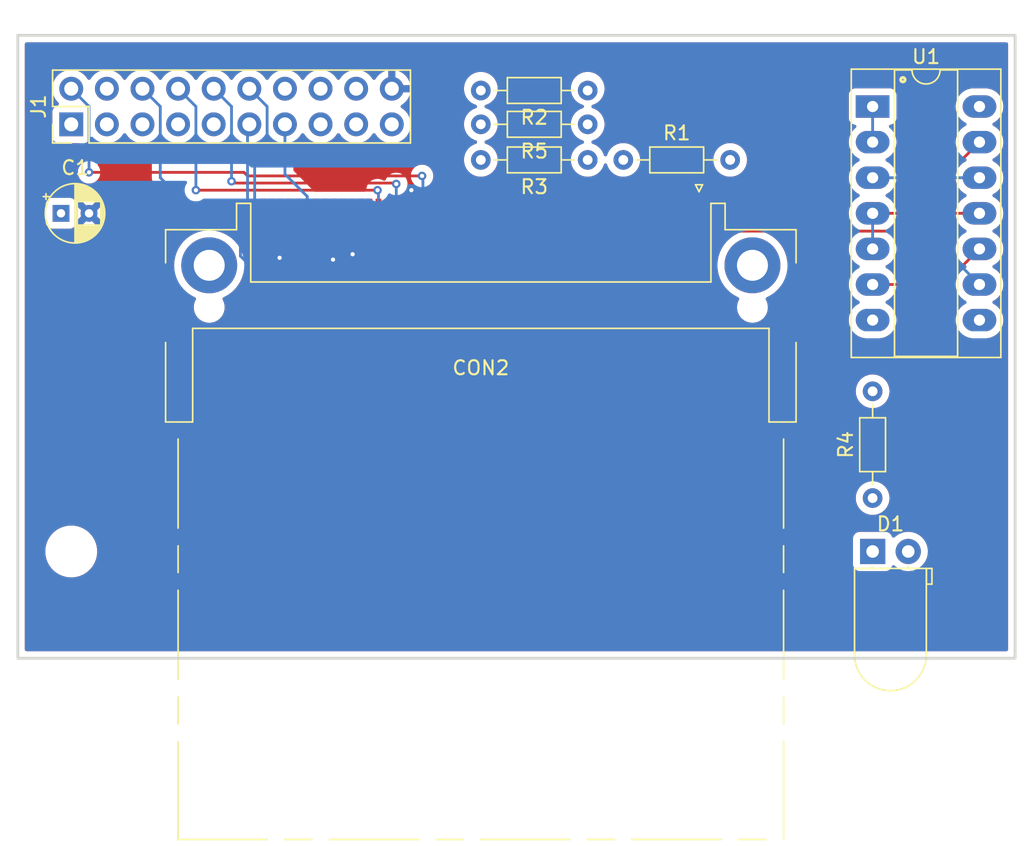
<source format=kicad_pcb>
(kicad_pcb (version 20240108) (generator "pcbnew") (generator_version "8.0")
  (layers (0 "F.Cu" signal) (31 "B.Cu" signal) (34 "B.Paste" user) (35 "F.Paste" user) (36 "B.SilkS" user "B.Silkscreen") (37 "F.SilkS" user "F.Silkscreen") (38 "B.Mask" user) (39 "F.Mask" user) (44 "Edge.Cuts" user))
  (net 0 "")
  (net 1 "VCC")
  (net 2 "GND")
  (net 4 "Net-(CON2A-{slash}REG)")
  (net 5 "/D3")
  (net 6 "Net-(CON2A-{slash}WE)")
  (net 9 "/D6")
  (net 10 "/~{CF_EN}")
  (net 11 "/~{RD}")
  (net 15 "/A0")
  (net 16 "/~{RST}")
  (net 18 "/D2")
  (net 20 "/D0")
  (net 22 "/A1")
  (net 24 "/A2")
  (net 28 "/D7")
  (net 31 "Net-(CON2A-{slash}DASP)")
  (net 33 "Net-(CON2A-{slash}PDIAG)")
  (net 34 "/D4")
  (net 35 "/D5")
  (net 37 "/~{WR}")
  (net 39 "/D1")
  (net 40 "Net-(D1-A)")
  (net 41 "Net-(CON2A-{slash}CS1)")
  (net 42 "Net-(CON2A-{slash}CS0)")
  (net 43 "A3")
  (net 44 "Net-(U1-Pad12)")
  (net 45 "Net-(U1-Pad10)")
  (footprint "PCM_Package_DIP_AKL:DIP-14_W7.62mm_Socket_LongPads" (layer "F.Cu") (at 171.45 104.14)
    (property "Reference" "U1" (at 3.81 -3.556 360) (layer "F.SilkS"))
    (property "Value" "74HCT00" (hide yes))
    (fp_line (start -1.524 -2.667) (end -1.524 17.907) (stroke (width 0.12)) (layer "F.SilkS"))
    (fp_line (start -1.524 17.907) (end 9.144 17.907) (stroke (width 0.12)) (layer "F.SilkS"))
    (fp_line (start 1.56 -2.6092) (end 1.56 17.8308) (stroke (width 0.12)) (layer "F.SilkS"))
    (fp_line (start 1.56 17.8308) (end 6.06 17.8308) (stroke (width 0.12)) (layer "F.SilkS"))
    (fp_line (start 2.81 -2.6092) (end 1.56 -2.6092) (stroke (width 0.12)) (layer "F.SilkS"))
    (fp_line (start 6.06 -2.6092) (end 4.81 -2.6092) (stroke (width 0.12)) (layer "F.SilkS"))
    (fp_line (start 6.06 17.8308) (end 6.06 -2.6092) (stroke (width 0.12)) (layer "F.SilkS"))
    (fp_line (start 9.144 -2.667) (end -1.524 -2.667) (stroke (width 0.12)) (layer "F.SilkS"))
    (fp_line (start 9.144 17.907) (end 9.144 -2.667) (stroke (width 0.12)) (layer "F.SilkS"))
    (fp_arc (start 4.81 -2.6092) (mid 3.81 -1.6092) (end 2.81 -2.6092) (stroke (width 0.12)) (layer "F.SilkS"))
    (fp_circle (center 2.159 -1.9142) (end 2.209 -1.9142) (stroke (width 0.12)) (fill none) (layer "F.SilkS"))
    (fp_circle (center 2.159 -1.9142) (end 2.284 -1.9142) (stroke (width 0.12)) (fill none) (layer "F.SilkS"))
    (fp_circle (center 2.159 -1.9142) (end 2.359 -1.9142) (stroke (width 0.12)) (fill none) (layer "F.SilkS"))
    (pad "1" thru_hole rect (at 0 0) (size 2.4 1.6) (drill 0.8) (layers "*.Cu" "*.Mask") (net 10 "/~{CF_EN}"))
    (pad "2" thru_hole oval (at 0 2.54) (size 2.4 1.6) (drill 0.8) (layers "*.Cu" "*.Mask") (net 10 "/~{CF_EN}"))
    (pad "3" thru_hole oval (at 0 5.08) (size 2.4 1.6) (drill 0.8) (layers "*.Cu" "*.Mask") (net 44 "Net-(U1-Pad12)"))
    (pad "4" thru_hole oval (at 0 7.62) (size 2.4 1.6) (drill 0.8) (layers "*.Cu" "*.Mask") (net 43 "A3"))
    (pad "5" thru_hole oval (at 0 10.16) (size 2.4 1.6) (drill 0.8) (layers "*.Cu" "*.Mask") (net 43 "A3"))
    (pad "6" thru_hole oval (at 0 12.7) (size 2.4 1.6) (drill 0.8) (layers "*.Cu" "*.Mask") (net 45 "Net-(U1-Pad10)"))
    (pad "7" thru_hole oval (at 0 15.24) (size 2.4 1.6) (drill 0.8) (layers "*.Cu" "*.Mask"))
    (pad "8" thru_hole oval (at 7.62 15.24) (size 2.4 1.6) (drill 0.8) (layers "*.Cu" "*.Mask") (net 41 "Net-(CON2A-{slash}CS1)"))
    (pad "9" thru_hole oval (at 7.62 12.7) (size 2.4 1.6) (drill 0.8) (layers "*.Cu" "*.Mask") (net 44 "Net-(U1-Pad12)"))
    (pad "10" thru_hole oval (at 7.62 10.16) (size 2.4 1.6) (drill 0.8) (layers "*.Cu" "*.Mask") (net 45 "Net-(U1-Pad10)"))
    (pad "11" thru_hole oval (at 7.62 7.62) (size 2.4 1.6) (drill 0.8) (layers "*.Cu" "*.Mask") (net 42 "Net-(CON2A-{slash}CS0)"))
    (pad "12" thru_hole oval (at 7.62 5.08) (size 2.4 1.6) (drill 0.8) (layers "*.Cu" "*.Mask") (net 44 "Net-(U1-Pad12)"))
    (pad "13" thru_hole oval (at 7.62 2.54) (size 2.4 1.6) (drill 0.8) (layers "*.Cu" "*.Mask") (net 43 "A3"))
    (pad "14" thru_hole oval (at 7.62 0) (size 2.4 1.6) (drill 0.8) (layers "*.Cu" "*.Mask"))
  )
  (footprint "Resistor_THT:R_Axial_DIN0204_L3.6mm_D1.6mm_P7.62mm_Horizontal" (layer "F.Cu") (at 151.13 105.41 180)
    (property "Reference" "R5" (at 3.81 -1.92 360) (layer "F.SilkS"))
    (property "Value" "4k7")
    (fp_line (start 6.68 0) (end 5.73 0) (stroke (width 0.12)) (layer "F.SilkS"))
    (fp_line (start 5.73 0.92) (end 5.73 -0.92) (stroke (width 0.12)) (layer "F.SilkS"))
    (fp_line (start 5.73 -0.92) (end 1.89 -0.92) (stroke (width 0.12)) (layer "F.SilkS"))
    (fp_line (start 1.89 0.92) (end 5.73 0.92) (stroke (width 0.12)) (layer "F.SilkS"))
    (fp_line (start 1.89 -0.92) (end 1.89 0.92) (stroke (width 0.12)) (layer "F.SilkS"))
    (fp_line (start 0.94 0) (end 1.89 0) (stroke (width 0.12)) (layer "F.SilkS"))
    (pad "1" thru_hole circle (at 0 0 180) (size 1.4 1.4) (drill 0.7) (layers "*.Cu" "*.Mask") (net 1 "VCC"))
    (pad "2" thru_hole oval (at 7.62 0 180) (size 1.4 1.4) (drill 0.7) (layers "*.Cu" "*.Mask") (net 33 "Net-(CON2A-{slash}PDIAG)"))
  )
  (footprint "Resistor_THT:R_Axial_DIN0204_L3.6mm_D1.6mm_P7.62mm_Horizontal" (layer "F.Cu") (at 171.45 132.08 90)
    (property "Reference" "R4" (at 3.81 -1.92 90) (layer "F.SilkS"))
    (property "Value" "4k7")
    (fp_line (start 5.73 -0.92) (end 1.89 -0.92) (stroke (width 0.12)) (layer "F.SilkS"))
    (fp_line (start 1.89 -0.92) (end 1.89 0.92) (stroke (width 0.12)) (layer "F.SilkS"))
    (fp_line (start 6.68 0) (end 5.73 0) (stroke (width 0.12)) (layer "F.SilkS"))
    (fp_line (start 0.94 0) (end 1.89 0) (stroke (width 0.12)) (layer "F.SilkS"))
    (fp_line (start 5.73 0.92) (end 5.73 -0.92) (stroke (width 0.12)) (layer "F.SilkS"))
    (fp_line (start 1.89 0.92) (end 5.73 0.92) (stroke (width 0.12)) (layer "F.SilkS"))
    (pad "1" thru_hole circle (at 0 0 90) (size 1.4 1.4) (drill 0.7) (layers "*.Cu" "*.Mask") (net 40 "Net-(D1-A)"))
    (pad "2" thru_hole oval (at 7.62 0 90) (size 1.4 1.4) (drill 0.7) (layers "*.Cu" "*.Mask") (net 31 "Net-(CON2A-{slash}DASP)"))
  )
  (footprint "" (layer "F.Cu") (at 114.3 135.89)
    (property "Reference" "" (at 0 0 0) (layer "F.SilkS") (effects (font (size 1.27 1.27))))
    (property "Value" "")
    (pad "" np_thru_hole circle (at 0 0) (size 3.2 3.2) (drill 3.2) (layers "*.Mask" "F.Cu" "In1.Cu" "In2.Cu" "B.Cu"))
  )
  (footprint "kicad-lib:CF-Card_3M_N7E50-7516PK-20-WF" (layer "F.Cu") (at 143.51 115.57 -90)
    (property "Reference" "CON2" (at 7.22 0 0) (layer "F.SilkS"))
    (property "Value" "CF-CARD")
    (fp_line (start -2.64 22.48) (end -2.64 17.42) (stroke (width 0.12)) (layer "F.SilkS"))
    (fp_line (start -0.28 22.48) (end -2.64 22.48) (stroke (width 0.12)) (layer "F.SilkS"))
    (fp_line (start 5.41 22.48) (end 11.08 22.48) (stroke (width 0.12)) (layer "F.SilkS"))
    (fp_line (start 11.08 22.48) (end 11.08 20.55) (stroke (width 0.12)) (layer "F.SilkS"))
    (fp_line (start 12.3 21.59) (end 18.65 21.59) (stroke (width 0.12)) (layer "F.SilkS"))
    (fp_line (start 19.92 21.59) (end 21.82 21.59) (stroke (width 0.12)) (layer "F.SilkS"))
    (fp_line (start 23.09 21.59) (end 29.44 21.59) (stroke (width 0.12)) (layer "F.SilkS"))
    (fp_line (start 30.71 21.59) (end 32.62 21.59) (stroke (width 0.12)) (layer "F.SilkS"))
    (fp_line (start 33.89 21.59) (end 40.87 21.59) (stroke (width 0.12)) (layer "F.SilkS"))
    (fp_line (start 40.87 21.59) (end 40.87 15.24) (stroke (width 0.12)) (layer "F.SilkS"))
    (fp_line (start 4.4 20.55) (end 4.4 -20.55) (stroke (width 0.12)) (layer "F.SilkS"))
    (fp_line (start 11.08 20.55) (end 4.4 20.55) (stroke (width 0.12)) (layer "F.SilkS"))
    (fp_line (start -4.52 17.42) (end -4.52 16.41) (stroke (width 0.12)) (layer "F.SilkS"))
    (fp_line (start -2.64 17.42) (end -4.52 17.42) (stroke (width 0.12)) (layer "F.SilkS"))
    (fp_line (start -4.52 16.41) (end 1.09 16.41) (stroke (width 0.12)) (layer "F.SilkS"))
    (fp_line (start 1.09 16.41) (end 1.09 -16.41) (stroke (width 0.12)) (layer "F.SilkS"))
    (fp_line (start 40.87 13.97) (end 40.87 12.06) (stroke (width 0.12)) (layer "F.SilkS"))
    (fp_line (start 40.87 10.79) (end 40.87 4.45) (stroke (width 0.12)) (layer "F.SilkS"))
    (fp_line (start 40.87 3.17) (end 40.87 1.27) (stroke (width 0.12)) (layer "F.SilkS"))
    (fp_line (start 40.87 0) (end 40.87 -6.35) (stroke (width 0.12)) (layer "F.SilkS"))
    (fp_line (start 40.87 -7.62) (end 40.87 -9.53) (stroke (width 0.12)) (layer "F.SilkS"))
    (fp_line (start 40.87 -10.79) (end 40.87 -17.14) (stroke (width 0.12)) (layer "F.SilkS"))
    (fp_line (start -5.85 -15.31) (end -5.35 -15.56) (stroke (width 0.12)) (layer "F.SilkS"))
    (fp_line (start -5.35 -15.56) (end -5.85 -15.81) (stroke (width 0.12)) (layer "F.SilkS"))
    (fp_line (start -5.85 -15.81) (end -5.85 -15.31) (stroke (width 0.12)) (layer "F.SilkS"))
    (fp_line (start -4.52 -16.41) (end -4.52 -17.42) (stroke (width 0.12)) (layer "F.SilkS"))
    (fp_line (start 1.09 -16.41) (end -4.52 -16.41) (stroke (width 0.12)) (layer "F.SilkS"))
    (fp_line (start -4.52 -17.42) (end -2.64 -17.42) (stroke (width 0.12)) (layer "F.SilkS"))
    (fp_line (start -2.64 -17.42) (end -2.64 -22.48) (stroke (width 0.12)) (layer "F.SilkS"))
    (fp_line (start 40.87 -18.41) (end 40.87 -20.32) (stroke (width 0.12)) (layer "F.SilkS"))
    (fp_line (start 4.4 -20.55) (end 11.08 -20.55) (stroke (width 0.12)) (layer "F.SilkS"))
    (fp_line (start 11.08 -20.55) (end 11.08 -22.48) (stroke (width 0.12)) (layer "F.SilkS"))
    (fp_line (start 12.3 -21.59) (end 18.65 -21.59) (stroke (width 0.12)) (layer "F.SilkS"))
    (fp_line (start 19.92 -21.59) (end 21.82 -21.59) (stroke (width 0.12)) (layer "F.SilkS"))
    (fp_line (start 23.09 -21.59) (end 29.44 -21.59) (stroke (width 0.12)) (layer "F.SilkS"))
    (fp_line (start 30.71 -21.59) (end 32.62 -21.59) (stroke (width 0.12)) (layer "F.SilkS"))
    (fp_line (start 33.89 -21.59) (end 40.87 -21.59) (stroke (width 0.12)) (layer "F.SilkS"))
    (fp_line (start -2.64 -22.48) (end -0.28 -22.48) (stroke (width 0.12)) (layer "F.SilkS"))
    (fp_line (start 11.08 -22.48) (end 5.41 -22.48) (stroke (width 0.12)) (layer "F.SilkS"))
    (pad "" thru_hole circle (at -0.1 -19.37) (size 3.99 3.99) (drill 2.21) (layers "*.Cu" "*.Mask"))
    (pad "" thru_hole circle (at -0.1 19.37) (size 3.99 3.99) (drill 2.21) (layers "*.Cu" "*.Mask"))
    (pad "" smd rect (at 2.57 -23.34) (size 2.49 4.57) (layers "F.Cu" "F.Paste" "F.Mask"))
    (pad "" smd rect (at 2.57 23.34) (size 2.49 4.57) (layers "F.Cu" "F.Paste" "F.Mask"))
    (pad "" np_thru_hole circle (at 2.9 -19.37) (size 1.7 1.7) (drill 1.7) (layers "*.Cu" "*.Mask"))
    (pad "" np_thru_hole circle (at 2.9 19.37) (size 1.7 1.7) (drill 1.7) (layers "*.Cu" "*.Mask"))
    (pad "1" smd rect (at -3.1 -15.56) (size 0.41 3.51) (layers "F.Cu" "F.Paste" "F.Mask") (net 2 "GND"))
    (pad "2" smd rect (at -3.1 -14.29) (size 0.41 3.51) (layers "F.Cu" "F.Paste" "F.Mask") (net 5 "/D3"))
    (pad "3" smd rect (at -3.1 -13.02) (size 0.41 3.51) (layers "F.Cu" "F.Paste" "F.Mask") (net 34 "/D4"))
    (pad "4" smd rect (at -3.1 -11.75) (size 0.41 3.51) (layers "F.Cu" "F.Paste" "F.Mask") (net 35 "/D5"))
    (pad "5" smd rect (at -3.1 -10.48) (size 0.41 3.51) (layers "F.Cu" "F.Paste" "F.Mask") (net 9 "/D6"))
    (pad "6" smd rect (at -3.1 -9.21) (size 0.41 3.51) (layers "F.Cu" "F.Paste" "F.Mask") (net 28 "/D7"))
    (pad "7" smd rect (at -3.1 -7.94) (size 0.41 3.51) (layers "F.Cu" "F.Paste" "F.Mask") (net 42 "Net-(CON2A-{slash}CS0)"))
    (pad "8" smd rect (at -3.1 -6.67) (size 0.41 3.51) (layers "F.Cu" "F.Paste" "F.Mask") (net 2 "GND"))
    (pad "9" smd rect (at -3.1 -5.4) (size 0.41 3.51) (layers "F.Cu" "F.Paste" "F.Mask") (net 2 "GND"))
    (pad "10" smd rect (at -3.1 -4.13) (size 0.41 3.51) (layers "F.Cu" "F.Paste" "F.Mask") (net 2 "GND"))
    (pad "11" smd rect (at -3.1 -2.86) (size 0.41 3.51) (layers "F.Cu" "F.Paste" "F.Mask") (net 2 "GND"))
    (pad "12" smd rect (at -3.1 -1.59) (size 0.41 3.51) (layers "F.Cu" "F.Paste" "F.Mask") (net 2 "GND"))
    (pad "13" smd rect (at -3.1 -0.32) (size 0.41 3.51) (layers "F.Cu" "F.Paste" "F.Mask") (net 1 "VCC"))
    (pad "14" smd rect (at -3.1 0.95) (size 0.41 3.51) (layers "F.Cu" "F.Paste" "F.Mask") (net 2 "GND"))
    (pad "15" smd rect (at -3.1 2.22) (size 0.41 3.51) (layers "F.Cu" "F.Paste" "F.Mask") (net 2 "GND"))
    (pad "16" smd rect (at -3.1 3.49) (size 0.41 3.51) (layers "F.Cu" "F.Paste" "F.Mask") (net 2 "GND"))
    (pad "17" smd rect (at -3.1 4.76) (size 0.41 3.51) (layers "F.Cu" "F.Paste" "F.Mask") (net 2 "GND"))
    (pad "18" smd rect (at -3.1 6.03) (size 0.41 3.51) (layers "F.Cu" "F.Paste" "F.Mask") (net 24 "/A2"))
    (pad "19" smd rect (at -3.1 7.3) (size 0.41 3.51) (layers "F.Cu" "F.Paste" "F.Mask") (net 22 "/A1"))
    (pad "20" smd rect (at -3.1 8.57) (size 0.41 3.51) (layers "F.Cu" "F.Paste" "F.Mask") (net 15 "/A0"))
    (pad "21" smd rect (at -3.1 9.84) (size 0.41 3.51) (layers "F.Cu" "F.Paste" "F.Mask") (net 20 "/D0"))
    (pad "22" smd rect (at -3.1 11.11) (size 0.41 3.51) (layers "F.Cu" "F.Paste" "F.Mask") (net 39 "/D1"))
    (pad "23" smd rect (at -3.1 12.38) (size 0.41 3.51) (layers "F.Cu" "F.Paste" "F.Mask") (net 18 "/D2"))
    (pad "24" smd rect (at -3.1 13.65) (size 0.41 3.51) (layers "F.Cu" "F.Paste" "F.Mask"))
    (pad "25" smd rect (at -3.1 14.92) (size 0.41 3.51) (layers "F.Cu" "F.Paste" "F.Mask"))
    (pad "26" smd rect (at -3.1 -14.92) (size 0.41 3.51) (layers "F.Cu" "F.Paste" "F.Mask"))
    (pad "27" smd rect (at -3.1 -13.65) (size 0.41 3.51) (layers "F.Cu" "F.Paste" "F.Mask"))
    (pad "28" smd rect (at -3.1 -12.38) (size 0.41 3.51) (layers "F.Cu" "F.Paste" "F.Mask"))
    (pad "29" smd rect (at -3.1 -11.11) (size 0.41 3.51) (layers "F.Cu" "F.Paste" "F.Mask"))
    (pad "30" smd rect (at -3.1 -9.84) (size 0.41 3.51) (layers "F.Cu" "F.Paste" "F.Mask"))
    (pad "31" smd rect (at -3.1 -8.57) (size 0.41 3.51) (layers "F.Cu" "F.Paste" "F.Mask"))
    (pad "32" smd rect (at -3.1 -7.3) (size 0.41 3.51) (layers "F.Cu" "F.Paste" "F.Mask") (net 41 "Net-(CON2A-{slash}CS1)"))
    (pad "33" smd rect (at -3.1 -6.03) (size 0.41 3.51) (layers "F.Cu" "F.Paste" "F.Mask"))
    (pad "34" smd rect (at -3.1 -4.76) (size 0.41 3.51) (layers "F.Cu" "F.Paste" "F.Mask") (net 11 "/~{RD}"))
    (pad "35" smd rect (at -3.1 -3.49) (size 0.41 3.51) (layers "F.Cu" "F.Paste" "F.Mask") (net 37 "/~{WR}"))
    (pad "36" smd rect (at -3.1 -2.22) (size 0.41 3.51) (layers "F.Cu" "F.Paste" "F.Mask") (net 6 "Net-(CON2A-{slash}WE)"))
    (pad "37" smd rect (at -3.1 -0.95) (size 0.41 3.51) (layers "F.Cu" "F.Paste" "F.Mask"))
    (pad "38" smd rect (at -3.1 0.32) (size 0.41 3.51) (layers "F.Cu" "F.Paste" "F.Mask") (net 1 "VCC"))
    (pad "39" smd rect (at -3.1 1.59) (size 0.41 3.51) (layers "F.Cu" "F.Paste" "F.Mask") (net 2 "GND"))
    (pad "40" smd rect (at -3.1 2.86) (size 0.41 3.51) (layers "F.Cu" "F.Paste" "F.Mask"))
    (pad "41" smd rect (at -3.1 4.13) (size 0.41 3.51) (layers "F.Cu" "F.Paste" "F.Mask") (net 16 "/~{RST}"))
    (pad "42" smd rect (at -3.1 5.4) (size 0.41 3.51) (layers "F.Cu" "F.Paste" "F.Mask"))
    (pad "43" smd rect (at -3.1 6.67) (size 0.41 3.51) (layers "F.Cu" "F.Paste" "F.Mask"))
    (pad "44" smd rect (at -3.1 7.94) (size 0.41 3.51) (layers "F.Cu" "F.Paste" "F.Mask") (net 4 "Net-(CON2A-{slash}REG)"))
    (pad "45" smd rect (at -3.1 9.21) (size 0.41 3.51) (layers "F.Cu" "F.Paste" "F.Mask") (net 31 "Net-(CON2A-{slash}DASP)"))
    (pad "46" smd rect (at -3.1 10.48) (size 0.41 3.51) (layers "F.Cu" "F.Paste" "F.Mask") (net 33 "Net-(CON2A-{slash}PDIAG)"))
    (pad "47" smd rect (at -3.1 11.75) (size 0.41 3.51) (layers "F.Cu" "F.Paste" "F.Mask"))
    (pad "48" smd rect (at -3.1 13.02) (size 0.41 3.51) (layers "F.Cu" "F.Paste" "F.Mask"))
    (pad "49" smd rect (at -3.1 14.29) (size 0.41 3.51) (layers "F.Cu" "F.Paste" "F.Mask"))
    (pad "50" smd rect (at -3.1 15.56) (size 0.41 3.51) (layers "F.Cu" "F.Paste" "F.Mask") (net 2 "GND"))
  )
  (footprint "LED_THT:LED_D5.0mm_Horizontal_O1.27mm_Z3.0mm_Clear" (layer "F.Cu") (at 171.45 135.89)
    (property "Reference" "D1" (at 1.27 -1.96 0) (layer "F.SilkS"))
    (property "Value" "LED")
    (fp_line (start -1.29 1.21) (end -1.29 7.37) (stroke (width 0.12)) (layer "F.SilkS"))
    (fp_line (start -1.29 1.21) (end 3.83 1.21) (stroke (width 0.12)) (layer "F.SilkS"))
    (fp_line (start 0 1.08) (end 0 1.08) (stroke (width 0.12)) (layer "F.SilkS"))
    (fp_line (start 0 1.08) (end 0 1.21) (stroke (width 0.12)) (layer "F.SilkS"))
    (fp_line (start 0 1.21) (end 0 1.08) (stroke (width 0.12)) (layer "F.SilkS"))
    (fp_line (start 0 1.21) (end 0 1.21) (stroke (width 0.12)) (layer "F.SilkS"))
    (fp_line (start 2.54 1.08) (end 2.54 1.08) (stroke (width 0.12)) (layer "F.SilkS"))
    (fp_line (start 2.54 1.08) (end 2.54 1.21) (stroke (width 0.12)) (layer "F.SilkS"))
    (fp_line (start 2.54 1.21) (end 2.54 1.08) (stroke (width 0.12)) (layer "F.SilkS"))
    (fp_line (start 2.54 1.21) (end 2.54 1.21) (stroke (width 0.12)) (layer "F.SilkS"))
    (fp_line (start 3.83 1.21) (end 3.83 7.37) (stroke (width 0.12)) (layer "F.SilkS"))
    (fp_line (start 3.83 1.21) (end 4.23 1.21) (stroke (width 0.12)) (layer "F.SilkS"))
    (fp_line (start 3.83 2.33) (end 3.83 1.21) (stroke (width 0.12)) (layer "F.SilkS"))
    (fp_line (start 4.23 1.21) (end 4.23 2.33) (stroke (width 0.12)) (layer "F.SilkS"))
    (fp_line (start 4.23 2.33) (end 3.83 2.33) (stroke (width 0.12)) (layer "F.SilkS"))
    (fp_arc (start 3.83 7.37) (mid 1.27 9.93) (end -1.29 7.37) (stroke (width 0.12)) (layer "F.SilkS"))
    (pad "1" thru_hole rect (at 0 0) (size 1.8 1.8) (drill 0.9) (layers "*.Cu" "*.Mask") (net 1 "VCC"))
    (pad "2" thru_hole circle (at 2.54 0) (size 1.8 1.8) (drill 0.9) (layers "*.Cu" "*.Mask") (net 40 "Net-(D1-A)"))
  )
  (footprint "Resistor_THT:R_Axial_DIN0204_L3.6mm_D1.6mm_P7.62mm_Horizontal" (layer "F.Cu") (at 153.67 107.95)
    (property "Reference" "R1" (at 3.81 -1.92 360) (layer "F.SilkS"))
    (property "Value" "4k7")
    (fp_line (start 0.94 0) (end 1.89 0) (stroke (width 0.12)) (layer "F.SilkS"))
    (fp_line (start 1.89 -0.92) (end 1.89 0.92) (stroke (width 0.12)) (layer "F.SilkS"))
    (fp_line (start 1.89 0.92) (end 5.73 0.92) (stroke (width 0.12)) (layer "F.SilkS"))
    (fp_line (start 5.73 -0.92) (end 1.89 -0.92) (stroke (width 0.12)) (layer "F.SilkS"))
    (fp_line (start 5.73 0.92) (end 5.73 -0.92) (stroke (width 0.12)) (layer "F.SilkS"))
    (fp_line (start 6.68 0) (end 5.73 0) (stroke (width 0.12)) (layer "F.SilkS"))
    (pad "1" thru_hole circle (at 0 0) (size 1.4 1.4) (drill 0.7) (layers "*.Cu" "*.Mask") (net 1 "VCC"))
    (pad "2" thru_hole oval (at 7.62 0) (size 1.4 1.4) (drill 0.7) (layers "*.Cu" "*.Mask") (net 10 "/~{CF_EN}"))
  )
  (footprint "Connector_PinHeader_2.54mm:PinHeader_2x10_P2.54mm_Vertical" (layer "F.Cu") (at 114.3 105.41 90)
    (property "Reference" "J1" (at 1.27 -2.33 90) (layer "F.SilkS"))
    (property "Value" "CompactFlashAddon")
    (fp_line (start 3.87 -1.33) (end 3.87 24.19) (stroke (width 0.12)) (layer "F.SilkS"))
    (fp_line (start 1.27 -1.33) (end 3.87 -1.33) (stroke (width 0.12)) (layer "F.SilkS"))
    (fp_line (start -1.33 -1.33) (end 0 -1.33) (stroke (width 0.12)) (layer "F.SilkS"))
    (fp_line (start -1.33 0) (end -1.33 -1.33) (stroke (width 0.12)) (layer "F.SilkS"))
    (fp_line (start 1.27 1.27) (end 1.27 -1.33) (stroke (width 0.12)) (layer "F.SilkS"))
    (fp_line (start -1.33 1.27) (end 1.27 1.27) (stroke (width 0.12)) (layer "F.SilkS"))
    (fp_line (start -1.33 1.27) (end -1.33 24.19) (stroke (width 0.12)) (layer "F.SilkS"))
    (fp_line (start -1.33 24.19) (end 3.87 24.19) (stroke (width 0.12)) (layer "F.SilkS"))
    (pad "1" thru_hole rect (at 0 0 90) (size 1.7 1.7) (drill 1) (layers "*.Cu" "*.Mask") (net 1 "VCC"))
    (pad "2" thru_hole oval (at 2.54 0 90) (size 1.7 1.7) (drill 1) (layers "*.Cu" "*.Mask") (net 16 "/~{RST}"))
    (pad "3" thru_hole oval (at 0 2.54 90) (size 1.7 1.7) (drill 1) (layers "*.Cu" "*.Mask"))
    (pad "4" thru_hole oval (at 2.54 2.54 90) (size 1.7 1.7) (drill 1) (layers "*.Cu" "*.Mask") (net 37 "/~{WR}"))
    (pad "5" thru_hole oval (at 0 5.08 90) (size 1.7 1.7) (drill 1) (layers "*.Cu" "*.Mask") (net 11 "/~{RD}"))
    (pad "6" thru_hole oval (at 2.54 5.08 90) (size 1.7 1.7) (drill 1) (layers "*.Cu" "*.Mask") (net 15 "/A0"))
    (pad "7" thru_hole oval (at 0 7.62 90) (size 1.7 1.7) (drill 1) (layers "*.Cu" "*.Mask") (net 10 "/~{CF_EN}"))
    (pad "8" thru_hole oval (at 2.54 7.62 90) (size 1.7 1.7) (drill 1) (layers "*.Cu" "*.Mask") (net 22 "/A1"))
    (pad "9" thru_hole oval (at 0 10.16 90) (size 1.7 1.7) (drill 1) (layers "*.Cu" "*.Mask") (net 43 "A3"))
    (pad "10" thru_hole oval (at 2.54 10.16 90) (size 1.7 1.7) (drill 1) (layers "*.Cu" "*.Mask") (net 24 "/A2"))
    (pad "11" thru_hole oval (at 0 12.7 90) (size 1.7 1.7) (drill 1) (layers "*.Cu" "*.Mask") (net 20 "/D0"))
    (pad "12" thru_hole oval (at 2.54 12.7 90) (size 1.7 1.7) (drill 1) (layers "*.Cu" "*.Mask") (net 39 "/D1"))
    (pad "13" thru_hole oval (at 0 15.24 90) (size 1.7 1.7) (drill 1) (layers "*.Cu" "*.Mask") (net 18 "/D2"))
    (pad "14" thru_hole oval (at 2.54 15.24 90) (size 1.7 1.7) (drill 1) (layers "*.Cu" "*.Mask") (net 5 "/D3"))
    (pad "15" thru_hole oval (at 0 17.78 90) (size 1.7 1.7) (drill 1) (layers "*.Cu" "*.Mask") (net 34 "/D4"))
    (pad "16" thru_hole oval (at 2.54 17.78 90) (size 1.7 1.7) (drill 1) (layers "*.Cu" "*.Mask") (net 35 "/D5"))
    (pad "17" thru_hole oval (at 0 20.32 90) (size 1.7 1.7) (drill 1) (layers "*.Cu" "*.Mask") (net 9 "/D6"))
    (pad "18" thru_hole oval (at 2.54 20.32 90) (size 1.7 1.7) (drill 1) (layers "*.Cu" "*.Mask") (net 28 "/D7"))
    (pad "19" thru_hole oval (at 0 22.86 90) (size 1.7 1.7) (drill 1) (layers "*.Cu" "*.Mask"))
    (pad "20" thru_hole oval (at 2.54 22.86 90) (size 1.7 1.7) (drill 1) (layers "*.Cu" "*.Mask") (net 2 "GND"))
  )
  (footprint "Resistor_THT:R_Axial_DIN0204_L3.6mm_D1.6mm_P7.62mm_Horizontal" (layer "F.Cu") (at 151.13 107.95 180)
    (property "Reference" "R3" (at 3.81 -1.92 360) (layer "F.SilkS"))
    (property "Value" "4k7")
    (fp_line (start 6.68 0) (end 5.73 0) (stroke (width 0.12)) (layer "F.SilkS"))
    (fp_line (start 5.73 0.92) (end 5.73 -0.92) (stroke (width 0.12)) (layer "F.SilkS"))
    (fp_line (start 5.73 -0.92) (end 1.89 -0.92) (stroke (width 0.12)) (layer "F.SilkS"))
    (fp_line (start 1.89 0.92) (end 5.73 0.92) (stroke (width 0.12)) (layer "F.SilkS"))
    (fp_line (start 1.89 -0.92) (end 1.89 0.92) (stroke (width 0.12)) (layer "F.SilkS"))
    (fp_line (start 0.94 0) (end 1.89 0) (stroke (width 0.12)) (layer "F.SilkS"))
    (pad "1" thru_hole circle (at 0 0 180) (size 1.4 1.4) (drill 0.7) (layers "*.Cu" "*.Mask") (net 1 "VCC"))
    (pad "2" thru_hole oval (at 7.62 0 180) (size 1.4 1.4) (drill 0.7) (layers "*.Cu" "*.Mask") (net 4 "Net-(CON2A-{slash}REG)"))
  )
  (footprint "Capacitor_THT:CP_Radial_D4.0mm_P2.00mm" (layer "F.Cu") (at 113.57 111.76)
    (property "Reference" "C1" (at 1 -3.25 0) (layer "F.SilkS"))
    (property "Value" "C_Polarized")
    (fp_line (start -1.269801 -1.195) (end -0.869801 -1.195) (stroke (width 0.12)) (layer "F.SilkS"))
    (fp_line (start -1.069801 -1.395) (end -1.069801 -0.995) (stroke (width 0.12)) (layer "F.SilkS"))
    (fp_line (start 1 -2.08) (end 1 2.08) (stroke (width 0.12)) (layer "F.SilkS"))
    (fp_line (start 1.04 -2.08) (end 1.04 2.08) (stroke (width 0.12)) (layer "F.SilkS"))
    (fp_line (start 1.08 -2.079) (end 1.08 2.079) (stroke (width 0.12)) (layer "F.SilkS"))
    (fp_line (start 1.12 -2.077) (end 1.12 2.077) (stroke (width 0.12)) (layer "F.SilkS"))
    (fp_line (start 1.16 -2.074) (end 1.16 2.074) (stroke (width 0.12)) (layer "F.SilkS"))
    (fp_line (start 1.2 -2.071) (end 1.2 -0.84) (stroke (width 0.12)) (layer "F.SilkS"))
    (fp_line (start 1.2 0.84) (end 1.2 2.071) (stroke (width 0.12)) (layer "F.SilkS"))
    (fp_line (start 1.24 -2.067) (end 1.24 -0.84) (stroke (width 0.12)) (layer "F.SilkS"))
    (fp_line (start 1.24 0.84) (end 1.24 2.067) (stroke (width 0.12)) (layer "F.SilkS"))
    (fp_line (start 1.28 -2.062) (end 1.28 -0.84) (stroke (width 0.12)) (layer "F.SilkS"))
    (fp_line (start 1.28 0.84) (end 1.28 2.062) (stroke (width 0.12)) (layer "F.SilkS"))
    (fp_line (start 1.32 -2.056) (end 1.32 -0.84) (stroke (width 0.12)) (layer "F.SilkS"))
    (fp_line (start 1.32 0.84) (end 1.32 2.056) (stroke (width 0.12)) (layer "F.SilkS"))
    (fp_line (start 1.36 -2.05) (end 1.36 -0.84) (stroke (width 0.12)) (layer "F.SilkS"))
    (fp_line (start 1.36 0.84) (end 1.36 2.05) (stroke (width 0.12)) (layer "F.SilkS"))
    (fp_line (start 1.4 -2.042) (end 1.4 -0.84) (stroke (width 0.12)) (layer "F.SilkS"))
    (fp_line (start 1.4 0.84) (end 1.4 2.042) (stroke (width 0.12)) (layer "F.SilkS"))
    (fp_line (start 1.44 -2.034) (end 1.44 -0.84) (stroke (width 0.12)) (layer "F.SilkS"))
    (fp_line (start 1.44 0.84) (end 1.44 2.034) (stroke (width 0.12)) (layer "F.SilkS"))
    (fp_line (start 1.48 -2.025) (end 1.48 -0.84) (stroke (width 0.12)) (layer "F.SilkS"))
    (fp_line (start 1.48 0.84) (end 1.48 2.025) (stroke (width 0.12)) (layer "F.SilkS"))
    (fp_line (start 1.52 -2.016) (end 1.52 -0.84) (stroke (width 0.12)) (layer "F.SilkS"))
    (fp_line (start 1.52 0.84) (end 1.52 2.016) (stroke (width 0.12)) (layer "F.SilkS"))
    (fp_line (start 1.56 -2.005) (end 1.56 -0.84) (stroke (width 0.12)) (layer "F.SilkS"))
    (fp_line (start 1.56 0.84) (end 1.56 2.005) (stroke (width 0.12)) (layer "F.SilkS"))
    (fp_line (start 1.6 -1.994) (end 1.6 -0.84) (stroke (width 0.12)) (layer "F.SilkS"))
    (fp_line (start 1.6 0.84) (end 1.6 1.994) (stroke (width 0.12)) (layer "F.SilkS"))
    (fp_line (start 1.64 -1.982) (end 1.64 -0.84) (stroke (width 0.12)) (layer "F.SilkS"))
    (fp_line (start 1.64 0.84) (end 1.64 1.982) (stroke (width 0.12)) (layer "F.SilkS"))
    (fp_line (start 1.68 -1.968) (end 1.68 -0.84) (stroke (width 0.12)) (layer "F.SilkS"))
    (fp_line (start 1.68 0.84) (end 1.68 1.968) (stroke (width 0.12)) (layer "F.SilkS"))
    (fp_line (start 1.721 -1.954) (end 1.721 -0.84) (stroke (width 0.12)) (layer "F.SilkS"))
    (fp_line (start 1.721 0.84) (end 1.721 1.954) (stroke (width 0.12)) (layer "F.SilkS"))
    (fp_line (start 1.761 -1.94) (end 1.761 -0.84) (stroke (width 0.12)) (layer "F.SilkS"))
    (fp_line (start 1.761 0.84) (end 1.761 1.94) (stroke (width 0.12)) (layer "F.SilkS"))
    (fp_line (start 1.801 -1.924) (end 1.801 -0.84) (stroke (width 0.12)) (layer "F.SilkS"))
    (fp_line (start 1.801 0.84) (end 1.801 1.924) (stroke (width 0.12)) (layer "F.SilkS"))
    (fp_line (start 1.841 -1.907) (end 1.841 -0.84) (stroke (width 0.12)) (layer "F.SilkS"))
    (fp_line (start 1.841 0.84) (end 1.841 1.907) (stroke (width 0.12)) (layer "F.SilkS"))
    (fp_line (start 1.881 -1.889) (end 1.881 -0.84) (stroke (width 0.12)) (layer "F.SilkS"))
    (fp_line (start 1.881 0.84) (end 1.881 1.889) (stroke (width 0.12)) (layer "F.SilkS"))
    (fp_line (start 1.921 -1.87) (end 1.921 -0.84) (stroke (width 0.12)) (layer "F.SilkS"))
    (fp_line (start 1.921 0.84) (end 1.921 1.87) (stroke (width 0.12)) (layer "F.SilkS"))
    (fp_line (start 1.961 -1.851) (end 1.961 -0.84) (stroke (width 0.12)) (layer "F.SilkS"))
    (fp_line (start 1.961 0.84) (end 1.961 1.851) (stroke (width 0.12)) (layer "F.SilkS"))
    (fp_line (start 2.001 -1.83) (end 2.001 -0.84) (stroke (width 0.12)) (layer "F.SilkS"))
    (fp_line (start 2.001 0.84) (end 2.001 1.83) (stroke (width 0.12)) (layer "F.SilkS"))
    (fp_line (start 2.041 -1.808) (end 2.041 -0.84) (stroke (width 0.12)) (layer "F.SilkS"))
    (fp_line (start 2.041 0.84) (end 2.041 1.808) (stroke (width 0.12)) (layer "F.SilkS"))
    (fp_line (start 2.081 -1.785) (end 2.081 -0.84) (stroke (width 0.12)) (layer "F.SilkS"))
    (fp_line (start 2.081 0.84) (end 2.081 1.785) (stroke (width 0.12)) (layer "F.SilkS"))
    (fp_line (start 2.121 -1.76) (end 2.121 -0.84) (stroke (width 0.12)) (layer "F.SilkS"))
    (fp_line (start 2.121 0.84) (end 2.121 1.76) (stroke (width 0.12)) (layer "F.SilkS"))
    (fp_line (start 2.161 -1.735) (end 2.161 -0.84) (stroke (width 0.12)) (layer "F.SilkS"))
    (fp_line (start 2.161 0.84) (end 2.161 1.735) (stroke (width 0.12)) (layer "F.SilkS"))
    (fp_line (start 2.201 -1.708) (end 2.201 -0.84) (stroke (width 0.12)) (layer "F.SilkS"))
    (fp_line (start 2.201 0.84) (end 2.201 1.708) (stroke (width 0.12)) (layer "F.SilkS"))
    (fp_line (start 2.241 -1.68) (end 2.241 -0.84) (stroke (width 0.12)) (layer "F.SilkS"))
    (fp_line (start 2.241 0.84) (end 2.241 1.68) (stroke (width 0.12)) (layer "F.SilkS"))
    (fp_line (start 2.281 -1.65) (end 2.281 -0.84) (stroke (width 0.12)) (layer "F.SilkS"))
    (fp_line (start 2.281 0.84) (end 2.281 1.65) (stroke (width 0.12)) (layer "F.SilkS"))
    (fp_line (start 2.321 -1.619) (end 2.321 -0.84) (stroke (width 0.12)) (layer "F.SilkS"))
    (fp_line (start 2.321 0.84) (end 2.321 1.619) (stroke (width 0.12)) (layer "F.SilkS"))
    (fp_line (start 2.361 -1.587) (end 2.361 -0.84) (stroke (width 0.12)) (layer "F.SilkS"))
    (fp_line (start 2.361 0.84) (end 2.361 1.587) (stroke (width 0.12)) (layer "F.SilkS"))
    (fp_line (start 2.401 -1.552) (end 2.401 -0.84) (stroke (width 0.12)) (layer "F.SilkS"))
    (fp_line (start 2.401 0.84) (end 2.401 1.552) (stroke (width 0.12)) (layer "F.SilkS"))
    (fp_line (start 2.441 -1.516) (end 2.441 -0.84) (stroke (width 0.12)) (layer "F.SilkS"))
    (fp_line (start 2.441 0.84) (end 2.441 1.516) (stroke (width 0.12)) (layer "F.SilkS"))
    (fp_line (start 2.481 -1.478) (end 2.481 -0.84) (stroke (width 0.12)) (layer "F.SilkS"))
    (fp_line (start 2.481 0.84) (end 2.481 1.478) (stroke (width 0.12)) (layer "F.SilkS"))
    (fp_line (start 2.521 -1.438) (end 2.521 -0.84) (stroke (width 0.12)) (layer "F.SilkS"))
    (fp_line (start 2.521 0.84) (end 2.521 1.438) (stroke (width 0.12)) (layer "F.SilkS"))
    (fp_line (start 2.561 -1.396) (end 2.561 -0.84) (stroke (width 0.12)) (layer "F.SilkS"))
    (fp_line (start 2.561 0.84) (end 2.561 1.396) (stroke (width 0.12)) (layer "F.SilkS"))
    (fp_line (start 2.601 -1.351) (end 2.601 -0.84) (stroke (width 0.12)) (layer "F.SilkS"))
    (fp_line (start 2.601 0.84) (end 2.601 1.351) (stroke (width 0.12)) (layer "F.SilkS"))
    (fp_line (start 2.641 -1.304) (end 2.641 -0.84) (stroke (width 0.12)) (layer "F.SilkS"))
    (fp_line (start 2.641 0.84) (end 2.641 1.304) (stroke (width 0.12)) (layer "F.SilkS"))
    (fp_line (start 2.681 -1.254) (end 2.681 -0.84) (stroke (width 0.12)) (layer "F.SilkS"))
    (fp_line (start 2.681 0.84) (end 2.681 1.254) (stroke (width 0.12)) (layer "F.SilkS"))
    (fp_line (start 2.721 -1.2) (end 2.721 -0.84) (stroke (width 0.12)) (layer "F.SilkS"))
    (fp_line (start 2.721 0.84) (end 2.721 1.2) (stroke (width 0.12)) (layer "F.SilkS"))
    (fp_line (start 2.761 -1.142) (end 2.761 -0.84) (stroke (width 0.12)) (layer "F.SilkS"))
    (fp_line (start 2.761 0.84) (end 2.761 1.142) (stroke (width 0.12)) (layer "F.SilkS"))
    (fp_line (start 2.801 -1.08) (end 2.801 -0.84) (stroke (width 0.12)) (layer "F.SilkS"))
    (fp_line (start 2.801 0.84) (end 2.801 1.08) (stroke (width 0.12)) (layer "F.SilkS"))
    (fp_line (start 2.841 -1.013) (end 2.841 1.013) (stroke (width 0.12)) (layer "F.SilkS"))
    (fp_line (start 2.881 -0.94) (end 2.881 0.94) (stroke (width 0.12)) (layer "F.SilkS"))
    (fp_line (start 2.921 -0.859) (end 2.921 0.859) (stroke (width 0.12)) (layer "F.SilkS"))
    (fp_line (start 2.961 -0.768) (end 2.961 0.768) (stroke (width 0.12)) (layer "F.SilkS"))
    (fp_line (start 3.001 -0.664) (end 3.001 0.664) (stroke (width 0.12)) (layer "F.SilkS"))
    (fp_line (start 3.041 -0.537) (end 3.041 0.537) (stroke (width 0.12)) (layer "F.SilkS"))
    (fp_line (start 3.081 -0.37) (end 3.081 0.37) (stroke (width 0.12)) (layer "F.SilkS"))
    (fp_circle (center 1 0) (end 3.12 0) (stroke (width 0.12)) (fill none) (layer "F.SilkS"))
    (pad "1" thru_hole rect (at 0 0) (size 1.2 1.2) (drill 0.6) (layers "*.Cu" "*.Mask") (net 1 "VCC"))
    (pad "2" thru_hole circle (at 2 0) (size 1.2 1.2) (drill 0.6) (layers "*.Cu" "*.Mask") (net 2 "GND"))
  )
  (footprint "Resistor_THT:R_Axial_DIN0204_L3.6mm_D1.6mm_P7.62mm_Horizontal" (layer "F.Cu") (at 151.13 102.997 180)
    (property "Reference" "R2" (at 3.81 -1.92 360) (layer "F.SilkS"))
    (property "Value" "4k7")
    (fp_line (start 6.68 0) (end 5.73 0) (stroke (width 0.12)) (layer "F.SilkS"))
    (fp_line (start 5.73 0.92) (end 5.73 -0.92) (stroke (width 0.12)) (layer "F.SilkS"))
    (fp_line (start 5.73 -0.92) (end 1.89 -0.92) (stroke (width 0.12)) (layer "F.SilkS"))
    (fp_line (start 1.89 0.92) (end 5.73 0.92) (stroke (width 0.12)) (layer "F.SilkS"))
    (fp_line (start 1.89 -0.92) (end 1.89 0.92) (stroke (width 0.12)) (layer "F.SilkS"))
    (fp_line (start 0.94 0) (end 1.89 0) (stroke (width 0.12)) (layer "F.SilkS"))
    (pad "1" thru_hole circle (at 0 0 180) (size 1.4 1.4) (drill 0.7) (layers "*.Cu" "*.Mask") (net 1 "VCC"))
    (pad "2" thru_hole oval (at 7.62 0 180) (size 1.4 1.4) (drill 0.7) (layers "*.Cu" "*.Mask") (net 6 "Net-(CON2A-{slash}WE)"))
  )
  (gr_rect (start 110.49 99.06) (end 181.61 143.51) (stroke (width 0.2)) (fill none) (layer "Edge.Cuts"))
  (segment (start 128.524 114.935) (end 129.159 114.935) (width 0.2) (layer "F.Cu") (net 2))
  (segment (start 138.75 112.47) (end 138.75 110.302) (width 0.2) (layer "F.Cu") (net 2))
  (segment (start 127.95 114.361) (end 128.524 114.935) (width 0.2) (layer "F.Cu") (net 2))
  (segment (start 127.95 112.47) (end 127.95 114.361) (width 0.2) (layer "F.Cu") (net 2))
  (segment (start 138.75 110.302) (end 138.557 110.109) (width 0.2) (layer "F.Cu") (net 2))
  (via (at 138.557 110.109) (size 0.6) (drill 0.3) (layers "F.Cu" "B.Cu") (net 2))
  (via (at 129.159 114.935) (size 0.6) (drill 0.3) (layers "F.Cu" "B.Cu") (net 2))
  (segment (start 171.45 104.14) (end 171.45 106.68) (width 0.2) (layer "B.Cu") (net 10))
  (segment (start 134.94 115.885) (end 134.239 116.586) (width 0.2) (layer "B.Cu") (net 15))
  (segment (start 126.365 111.887) (end 125.476 110.998) (width 0.2) (layer "B.Cu") (net 15))
  (segment (start 128.143 116.586) (end 126.365 114.808) (width 0.2) (layer "B.Cu") (net 15))
  (segment (start 122.428 110.998) (end 120.65 109.22) (width 0.2) (layer "B.Cu") (net 15))
  (segment (start 134.239 116.586) (end 128.143 116.586) (width 0.2) (layer "B.Cu") (net 15))
  (segment (start 134.94 112.47) (end 134.94 115.885) (width 0.2) (layer "B.Cu") (net 15))
  (segment (start 125.476 110.998) (end 122.428 110.998) (width 0.2) (layer "B.Cu") (net 15))
  (segment (start 126.365 114.808) (end 126.365 111.887) (width 0.2) (layer "B.Cu") (net 15))
  (segment (start 120.65 104.14) (end 119.38 102.87) (width 0.2) (layer "B.Cu") (net 15))
  (segment (start 120.65 109.22) (end 120.65 104.14) (width 0.2) (layer "B.Cu") (net 15))
  (segment (start 139.38 109.154) (end 139.319 109.093) (width 0.2) (layer "F.Cu") (net 16))
  (segment (start 126.619 108.839) (end 126.873 109.093) (width 0.2) (layer "F.Cu") (net 16))
  (segment (start 126.873 109.093) (end 139.319 109.093) (width 0.2) (layer "F.Cu") (net 16))
  (segment (start 115.57 108.839) (end 126.619 108.839) (width 0.2) (layer "F.Cu") (net 16))
  (via (at 139.319 109.093) (size 0.6) (drill 0.3) (layers "F.Cu" "B.Cu") (net 16))
  (via (at 115.57 108.839) (size 0.6) (drill 0.3) (layers "F.Cu" "B.Cu") (net 16))
  (segment (start 115.57 104.14) (end 114.3 102.87) (width 0.2) (layer "B.Cu") (net 16))
  (segment (start 139.38 112.47) (end 139.38 109.154) (width 0.2) (layer "B.Cu") (net 16))
  (segment (start 115.57 108.839) (end 115.57 104.14) (width 0.2) (layer "B.Cu") (net 16))
  (segment (start 129.54 108.966) (end 129.54 105.41) (width 0.2) (layer "B.Cu") (net 18))
  (segment (start 131.13 112.47) (end 131.13 110.556) (width 0.2) (layer "B.Cu") (net 18))
  (segment (start 131.13 110.556) (end 129.54 108.966) (width 0.2) (layer "B.Cu") (net 18))
  (segment (start 126.873 105.537) (end 127 105.41) (width 0.2) (layer "F.Cu") (net 20))
  (segment (start 126.873 114.554) (end 126.873 105.537) (width 0.2) (layer "B.Cu") (net 20))
  (segment (start 128.397 116.078) (end 126.873 114.554) (width 0.2) (layer "B.Cu") (net 20))
  (segment (start 133.67 112.47) (end 133.67 115.504) (width 0.2) (layer "B.Cu") (net 20))
  (segment (start 133.096 116.078) (end 128.397 116.078) (width 0.2) (layer "B.Cu") (net 20))
  (segment (start 133.67 115.504) (end 133.096 116.078) (width 0.2) (layer "B.Cu") (net 20))
  (segment (start 136.21 110.175) (end 136.144 110.109) (width 0.2) (layer "F.Cu") (net 22))
  (segment (start 123.19 110.109) (end 136.144 110.109) (width 0.2) (layer "F.Cu") (net 22))
  (via (at 123.19 110.109) (size 0.6) (drill 0.3) (layers "F.Cu" "B.Cu") (net 22))
  (via (at 136.144 110.109) (size 0.6) (drill 0.3) (layers "F.Cu" "B.Cu") (net 22))
  (segment (start 136.21 112.47) (end 136.21 110.175) (width 0.2) (layer "B.Cu") (net 22))
  (segment (start 123.19 104.14) (end 121.92 102.87) (width 0.2) (layer "B.Cu") (net 22))
  (segment (start 123.19 110.109) (end 123.19 104.14) (width 0.2) (layer "B.Cu") (net 22))
  (segment (start 137.4775 109.6645) (end 137.48 109.667) (width 0.2) (layer "F.Cu") (net 24))
  (segment (start 125.857 109.601) (end 137.414 109.601) (width 0.2) (layer "F.Cu") (net 24))
  (via (at 137.4775 109.6645) (size 0.6) (drill 0.3) (layers "F.Cu" "B.Cu") (net 24))
  (via (at 125.73 109.474) (size 0.6) (drill 0.3) (layers "F.Cu" "B.Cu") (net 24))
  (segment (start 125.73 104.14) (end 124.46 102.87) (width 0.2) (layer "B.Cu") (net 24))
  (segment (start 137.48 109.667) (end 137.48 112.47) (width 0.2) (layer "B.Cu") (net 24))
  (segment (start 125.73 109.474) (end 125.73 104.14) (width 0.2) (layer "B.Cu") (net 24))
  (segment (start 137.414 109.601) (end 137.4775 109.6645) (width 0.2) (layer "B.Cu") (net 24))
  (segment (start 125.73 109.474) (end 125.857 109.601) (width 0.2) (layer "B.Cu") (net 24))
  (segment (start 134.3 114.615) (end 134.366 114.681) (width 0.2) (layer "F.Cu") (net 31))
  (segment (start 134.3 112.47) (end 134.3 114.615) (width 0.2) (layer "F.Cu") (net 31))
  (via (at 134.366 114.681) (size 0.6) (drill 0.3) (layers "F.Cu" "B.Cu") (net 31))
  (segment (start 133.03 112.47) (end 133.03 115.001) (width 0.2) (layer "F.Cu") (net 33))
  (segment (start 133.03 115.001) (end 132.969 115.062) (width 0.2) (layer "F.Cu") (net 33))
  (via (at 132.969 115.062) (size 0.6) (drill 0.3) (layers "F.Cu" "B.Cu") (net 33))
  (segment (start 127.381 107.315) (end 128.27 106.426) (width 0.2) (layer "B.Cu") (net 39))
  (segment (start 128.27 106.426) (end 128.27 104.14) (width 0.2) (layer "B.Cu") (net 39))
  (segment (start 132.4 112.47) (end 132.4 114.615) (width 0.2) (layer "B.Cu") (net 39))
  (segment (start 128.27 104.14) (end 127 102.87) (width 0.2) (layer "B.Cu") (net 39))
  (segment (start 127.381 114.427) (end 127.381 107.315) (width 0.2) (layer "B.Cu") (net 39))
  (segment (start 132.4 114.615) (end 131.445 115.57) (width 0.2) (layer "B.Cu") (net 39))
  (segment (start 131.445 115.57) (end 128.524 115.57) (width 0.2) (layer "B.Cu") (net 39))
  (segment (start 128.524 115.57) (end 127.381 114.427) (width 0.2) (layer "B.Cu") (net 39))
  (segment (start 161.544 113.03) (end 159.766 114.808) (width 0.2) (layer "F.Cu") (net 42))
  (segment (start 159.766 114.808) (end 151.892 114.808) (width 0.2) (layer "F.Cu") (net 42))
  (segment (start 179.07 111.76) (end 176.022 111.76) (width 0.2) (layer "F.Cu") (net 42))
  (segment (start 174.752 113.03) (end 161.544 113.03) (width 0.2) (layer "F.Cu") (net 42))
  (segment (start 151.45 114.366) (end 151.45 112.47) (width 0.2) (layer "F.Cu") (net 42))
  (segment (start 151.892 114.808) (end 151.45 114.366) (width 0.2) (layer "F.Cu") (net 42))
  (segment (start 176.022 111.76) (end 174.752 113.03) (width 0.2) (layer "F.Cu") (net 42))
  (segment (start 173.99 111.76) (end 171.45 111.76) (width 0.2) (layer "F.Cu") (net 43))
  (segment (start 179.07 106.68) (end 173.99 111.76) (width 0.2) (layer "F.Cu") (net 43))
  (segment (start 171.45 114.3) (end 171.45 111.76) (width 0.2) (layer "B.Cu") (net 43))
  (segment (start 177.038 109.22) (end 171.45 109.22) (width 0.2) (layer "B.Cu") (net 44))
  (segment (start 177.038 114.808) (end 177.038 109.22) (width 0.2) (layer "B.Cu") (net 44))
  (segment (start 179.07 116.84) (end 177.038 114.808) (width 0.2) (layer "B.Cu") (net 44))
  (segment (start 179.07 109.22) (end 177.038 109.22) (width 0.2) (layer "B.Cu") (net 44))
  (segment (start 176.53 116.84) (end 171.45 116.84) (width 0.2) (layer "F.Cu") (net 45))
  (segment (start 179.07 114.3) (end 176.53 116.84) (width 0.2) (layer "F.Cu") (net 45))
  (zone (net 2) (net_name "GND") (layers "F&B.Cu") (connect_pads (clearance 0.5)) (min_thickness 0.25) (fill yes (thermal_gap 0.5) (thermal_bridge_width 0.5))
    (polygon (pts (xy 109.22 97.536) (xy 109.855 143.891) (xy 182.245 143.891) (xy 181.864 98.806)))
  )
)
</source>
